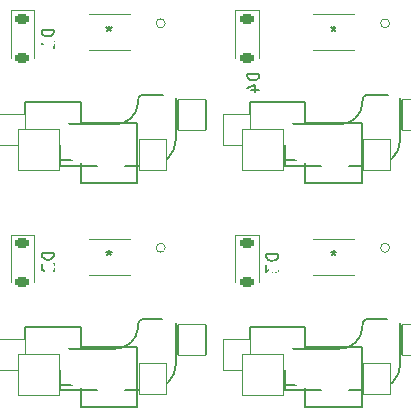
<source format=gbo>
G04 #@! TF.GenerationSoftware,KiCad,Pcbnew,7.0.8*
G04 #@! TF.CreationDate,2023-10-19T20:53:45-07:00*
G04 #@! TF.ProjectId,Seismos_4-Thumb,53656973-6d6f-4735-9f34-2d5468756d62,rev?*
G04 #@! TF.SameCoordinates,Original*
G04 #@! TF.FileFunction,Legend,Bot*
G04 #@! TF.FilePolarity,Positive*
%FSLAX46Y46*%
G04 Gerber Fmt 4.6, Leading zero omitted, Abs format (unit mm)*
G04 Created by KiCad (PCBNEW 7.0.8) date 2023-10-19 20:53:45*
%MOMM*%
%LPD*%
G01*
G04 APERTURE LIST*
G04 Aperture macros list*
%AMRoundRect*
0 Rectangle with rounded corners*
0 $1 Rounding radius*
0 $2 $3 $4 $5 $6 $7 $8 $9 X,Y pos of 4 corners*
0 Add a 4 corners polygon primitive as box body*
4,1,4,$2,$3,$4,$5,$6,$7,$8,$9,$2,$3,0*
0 Add four circle primitives for the rounded corners*
1,1,$1+$1,$2,$3*
1,1,$1+$1,$4,$5*
1,1,$1+$1,$6,$7*
1,1,$1+$1,$8,$9*
0 Add four rect primitives between the rounded corners*
20,1,$1+$1,$2,$3,$4,$5,0*
20,1,$1+$1,$4,$5,$6,$7,0*
20,1,$1+$1,$6,$7,$8,$9,0*
20,1,$1+$1,$8,$9,$2,$3,0*%
G04 Aperture macros list end*
%ADD10C,0.150000*%
%ADD11C,0.120000*%
%ADD12C,3.200000*%
%ADD13C,2.300000*%
%ADD14C,1.000000*%
%ADD15C,3.000000*%
%ADD16C,4.000000*%
%ADD17R,1.750000X0.812800*%
%ADD18RoundRect,0.063500X-1.150000X-1.300000X1.150000X-1.300000X1.150000X1.300000X-1.150000X1.300000X0*%
%ADD19RoundRect,0.063500X-1.750000X-1.750000X1.750000X-1.750000X1.750000X1.750000X-1.750000X1.750000X0*%
%ADD20RoundRect,0.063500X-1.200000X-1.300000X1.200000X-1.300000X1.200000X1.300000X-1.200000X1.300000X0*%
%ADD21RoundRect,0.225000X-0.375000X0.225000X-0.375000X-0.225000X0.375000X-0.225000X0.375000X0.225000X0*%
G04 APERTURE END LIST*
D10*
X46849999Y-54959019D02*
X46849999Y-55197114D01*
X47088094Y-55101876D02*
X46849999Y-55197114D01*
X46849999Y-55197114D02*
X46611904Y-55101876D01*
X46992856Y-55387590D02*
X46849999Y-55197114D01*
X46849999Y-55197114D02*
X46707142Y-55387590D01*
X46849999Y-35959019D02*
X46849999Y-36197114D01*
X47088094Y-36101876D02*
X46849999Y-36197114D01*
X46849999Y-36197114D02*
X46611904Y-36101876D01*
X46992856Y-36387590D02*
X46849999Y-36197114D01*
X46849999Y-36197114D02*
X46707142Y-36387590D01*
X65849999Y-54959019D02*
X65849999Y-55197114D01*
X66088094Y-55101876D02*
X65849999Y-55197114D01*
X65849999Y-55197114D02*
X65611904Y-55101876D01*
X65992856Y-55387590D02*
X65849999Y-55197114D01*
X65849999Y-55197114D02*
X65707142Y-55387590D01*
X65849999Y-35959019D02*
X65849999Y-36197114D01*
X66088094Y-36101876D02*
X65849999Y-36197114D01*
X65849999Y-36197114D02*
X65611904Y-36101876D01*
X65992856Y-36387590D02*
X65849999Y-36197114D01*
X65849999Y-36197114D02*
X65707142Y-36387590D01*
X42154819Y-55181905D02*
X41154819Y-55181905D01*
X41154819Y-55181905D02*
X41154819Y-55420000D01*
X41154819Y-55420000D02*
X41202438Y-55562857D01*
X41202438Y-55562857D02*
X41297676Y-55658095D01*
X41297676Y-55658095D02*
X41392914Y-55705714D01*
X41392914Y-55705714D02*
X41583390Y-55753333D01*
X41583390Y-55753333D02*
X41726247Y-55753333D01*
X41726247Y-55753333D02*
X41916723Y-55705714D01*
X41916723Y-55705714D02*
X42011961Y-55658095D01*
X42011961Y-55658095D02*
X42107200Y-55562857D01*
X42107200Y-55562857D02*
X42154819Y-55420000D01*
X42154819Y-55420000D02*
X42154819Y-55181905D01*
X41250057Y-56134286D02*
X41202438Y-56181905D01*
X41202438Y-56181905D02*
X41154819Y-56277143D01*
X41154819Y-56277143D02*
X41154819Y-56515238D01*
X41154819Y-56515238D02*
X41202438Y-56610476D01*
X41202438Y-56610476D02*
X41250057Y-56658095D01*
X41250057Y-56658095D02*
X41345295Y-56705714D01*
X41345295Y-56705714D02*
X41440533Y-56705714D01*
X41440533Y-56705714D02*
X41583390Y-56658095D01*
X41583390Y-56658095D02*
X42154819Y-56086667D01*
X42154819Y-56086667D02*
X42154819Y-56705714D01*
X59554819Y-40011905D02*
X58554819Y-40011905D01*
X58554819Y-40011905D02*
X58554819Y-40250000D01*
X58554819Y-40250000D02*
X58602438Y-40392857D01*
X58602438Y-40392857D02*
X58697676Y-40488095D01*
X58697676Y-40488095D02*
X58792914Y-40535714D01*
X58792914Y-40535714D02*
X58983390Y-40583333D01*
X58983390Y-40583333D02*
X59126247Y-40583333D01*
X59126247Y-40583333D02*
X59316723Y-40535714D01*
X59316723Y-40535714D02*
X59411961Y-40488095D01*
X59411961Y-40488095D02*
X59507200Y-40392857D01*
X59507200Y-40392857D02*
X59554819Y-40250000D01*
X59554819Y-40250000D02*
X59554819Y-40011905D01*
X58888152Y-41440476D02*
X59554819Y-41440476D01*
X58507200Y-41202381D02*
X59221485Y-40964286D01*
X59221485Y-40964286D02*
X59221485Y-41583333D01*
X42144819Y-36281905D02*
X41144819Y-36281905D01*
X41144819Y-36281905D02*
X41144819Y-36520000D01*
X41144819Y-36520000D02*
X41192438Y-36662857D01*
X41192438Y-36662857D02*
X41287676Y-36758095D01*
X41287676Y-36758095D02*
X41382914Y-36805714D01*
X41382914Y-36805714D02*
X41573390Y-36853333D01*
X41573390Y-36853333D02*
X41716247Y-36853333D01*
X41716247Y-36853333D02*
X41906723Y-36805714D01*
X41906723Y-36805714D02*
X42001961Y-36758095D01*
X42001961Y-36758095D02*
X42097200Y-36662857D01*
X42097200Y-36662857D02*
X42144819Y-36520000D01*
X42144819Y-36520000D02*
X42144819Y-36281905D01*
X42144819Y-37805714D02*
X42144819Y-37234286D01*
X42144819Y-37520000D02*
X41144819Y-37520000D01*
X41144819Y-37520000D02*
X41287676Y-37424762D01*
X41287676Y-37424762D02*
X41382914Y-37329524D01*
X41382914Y-37329524D02*
X41430533Y-37234286D01*
X61154819Y-55281905D02*
X60154819Y-55281905D01*
X60154819Y-55281905D02*
X60154819Y-55520000D01*
X60154819Y-55520000D02*
X60202438Y-55662857D01*
X60202438Y-55662857D02*
X60297676Y-55758095D01*
X60297676Y-55758095D02*
X60392914Y-55805714D01*
X60392914Y-55805714D02*
X60583390Y-55853333D01*
X60583390Y-55853333D02*
X60726247Y-55853333D01*
X60726247Y-55853333D02*
X60916723Y-55805714D01*
X60916723Y-55805714D02*
X61011961Y-55758095D01*
X61011961Y-55758095D02*
X61107200Y-55662857D01*
X61107200Y-55662857D02*
X61154819Y-55520000D01*
X61154819Y-55520000D02*
X61154819Y-55281905D01*
X60154819Y-56186667D02*
X60154819Y-56805714D01*
X60154819Y-56805714D02*
X60535771Y-56472381D01*
X60535771Y-56472381D02*
X60535771Y-56615238D01*
X60535771Y-56615238D02*
X60583390Y-56710476D01*
X60583390Y-56710476D02*
X60631009Y-56758095D01*
X60631009Y-56758095D02*
X60726247Y-56805714D01*
X60726247Y-56805714D02*
X60964342Y-56805714D01*
X60964342Y-56805714D02*
X61059580Y-56758095D01*
X61059580Y-56758095D02*
X61107200Y-56710476D01*
X61107200Y-56710476D02*
X61154819Y-56615238D01*
X61154819Y-56615238D02*
X61154819Y-56329524D01*
X61154819Y-56329524D02*
X61107200Y-56234286D01*
X61107200Y-56234286D02*
X61059580Y-56186667D01*
X39750000Y-61450000D02*
X39750000Y-66350000D01*
X39750000Y-66350000D02*
X44460000Y-66350000D01*
X42700000Y-66800000D02*
X42700000Y-63850000D01*
X43300000Y-63300000D02*
X47300000Y-63300000D01*
X44460000Y-61450000D02*
X39750000Y-61450000D01*
X44460000Y-63175000D02*
X44460000Y-61450000D01*
X44460000Y-66350000D02*
X44460000Y-68250000D01*
X44460000Y-68250000D02*
X49250000Y-68250000D01*
D11*
X45122800Y-57028200D02*
X48577200Y-57028200D01*
X48577200Y-53980200D02*
X45122800Y-53980200D01*
D10*
X49250000Y-63175000D02*
X44460000Y-63175000D01*
X49250000Y-68250000D02*
X49250000Y-63175000D01*
X49300000Y-61500000D02*
X49300000Y-61350000D01*
X49650000Y-60800000D02*
X52500000Y-60800000D01*
X50300000Y-66800000D02*
X42700000Y-66800000D01*
X52500000Y-60800000D02*
X52500000Y-64600000D01*
X43300000Y-63300000D02*
G75*
G03*
X42700000Y-63850000I-25000J-575000D01*
G01*
X47300000Y-63299999D02*
G75*
G03*
X49299998Y-61499999I99998J1900000D01*
G01*
X49650000Y-60800000D02*
G75*
G03*
X49300000Y-61350000I100000J-450000D01*
G01*
X50300000Y-66800000D02*
G75*
G03*
X52500000Y-64600000I0J2200000D01*
G01*
D11*
X51593200Y-54754900D02*
G75*
G03*
X51593200Y-54754900I-381000J0D01*
G01*
D10*
X39750000Y-42450000D02*
X39750000Y-47350000D01*
X39750000Y-47350000D02*
X44460000Y-47350000D01*
X42700000Y-47800000D02*
X42700000Y-44850000D01*
X43300000Y-44300000D02*
X47300000Y-44300000D01*
X44460000Y-42450000D02*
X39750000Y-42450000D01*
X44460000Y-44175000D02*
X44460000Y-42450000D01*
X44460000Y-47350000D02*
X44460000Y-49250000D01*
X44460000Y-49250000D02*
X49250000Y-49250000D01*
D11*
X45122800Y-38028200D02*
X48577200Y-38028200D01*
X48577200Y-34980200D02*
X45122800Y-34980200D01*
D10*
X49250000Y-44175000D02*
X44460000Y-44175000D01*
X49250000Y-49250000D02*
X49250000Y-44175000D01*
X49300000Y-42500000D02*
X49300000Y-42350000D01*
X49650000Y-41800000D02*
X52500000Y-41800000D01*
X50300000Y-47800000D02*
X42700000Y-47800000D01*
X52500000Y-41800000D02*
X52500000Y-45600000D01*
X43300000Y-44300000D02*
G75*
G03*
X42700000Y-44850000I-25000J-575000D01*
G01*
X47300000Y-44299999D02*
G75*
G03*
X49299998Y-42499999I99998J1900000D01*
G01*
X49650000Y-41800000D02*
G75*
G03*
X49300000Y-42350000I100000J-450000D01*
G01*
X50300000Y-47800000D02*
G75*
G03*
X52500000Y-45600000I0J2200000D01*
G01*
D11*
X51593200Y-35754900D02*
G75*
G03*
X51593200Y-35754900I-381000J0D01*
G01*
D10*
X58750000Y-61450000D02*
X58750000Y-66350000D01*
X58750000Y-66350000D02*
X63460000Y-66350000D01*
X61700000Y-66800000D02*
X61700000Y-63850000D01*
X62300000Y-63300000D02*
X66300000Y-63300000D01*
X63460000Y-61450000D02*
X58750000Y-61450000D01*
X63460000Y-63175000D02*
X63460000Y-61450000D01*
X63460000Y-66350000D02*
X63460000Y-68250000D01*
X63460000Y-68250000D02*
X68250000Y-68250000D01*
D11*
X64122800Y-57028200D02*
X67577200Y-57028200D01*
X67577200Y-53980200D02*
X64122800Y-53980200D01*
D10*
X68250000Y-63175000D02*
X63460000Y-63175000D01*
X68250000Y-68250000D02*
X68250000Y-63175000D01*
X68300000Y-61500000D02*
X68300000Y-61350000D01*
X68650000Y-60800000D02*
X71500000Y-60800000D01*
X69300000Y-66800000D02*
X61700000Y-66800000D01*
X71500000Y-60800000D02*
X71500000Y-64600000D01*
X62300000Y-63300000D02*
G75*
G03*
X61700000Y-63850000I-25000J-575000D01*
G01*
X66300000Y-63299999D02*
G75*
G03*
X68299998Y-61499999I99998J1900000D01*
G01*
X68650000Y-60800000D02*
G75*
G03*
X68300000Y-61350000I100000J-450000D01*
G01*
X69300000Y-66800000D02*
G75*
G03*
X71500000Y-64600000I0J2200000D01*
G01*
D11*
X70593200Y-54754900D02*
G75*
G03*
X70593200Y-54754900I-381000J0D01*
G01*
D10*
X58750000Y-42450000D02*
X58750000Y-47350000D01*
X58750000Y-47350000D02*
X63460000Y-47350000D01*
X61700000Y-47800000D02*
X61700000Y-44850000D01*
X62300000Y-44300000D02*
X66300000Y-44300000D01*
X63460000Y-42450000D02*
X58750000Y-42450000D01*
X63460000Y-44175000D02*
X63460000Y-42450000D01*
X63460000Y-47350000D02*
X63460000Y-49250000D01*
X63460000Y-49250000D02*
X68250000Y-49250000D01*
D11*
X64122800Y-38028200D02*
X67577200Y-38028200D01*
X67577200Y-34980200D02*
X64122800Y-34980200D01*
D10*
X68250000Y-44175000D02*
X63460000Y-44175000D01*
X68250000Y-49250000D02*
X68250000Y-44175000D01*
X68300000Y-42500000D02*
X68300000Y-42350000D01*
X68650000Y-41800000D02*
X71500000Y-41800000D01*
X69300000Y-47800000D02*
X61700000Y-47800000D01*
X71500000Y-41800000D02*
X71500000Y-45600000D01*
X62300000Y-44300000D02*
G75*
G03*
X61700000Y-44850000I-25000J-575000D01*
G01*
X66300000Y-44299999D02*
G75*
G03*
X68299998Y-42499999I99998J1900000D01*
G01*
X68650000Y-41800000D02*
G75*
G03*
X68300000Y-42350000I100000J-450000D01*
G01*
X69300000Y-47800000D02*
G75*
G03*
X71500000Y-45600000I0J2200000D01*
G01*
D11*
X70593200Y-35754900D02*
G75*
G03*
X70593200Y-35754900I-381000J0D01*
G01*
X40500000Y-53640000D02*
X40500000Y-57650000D01*
X38500000Y-53640000D02*
X40500000Y-53640000D01*
X38500000Y-53640000D02*
X38500000Y-57650000D01*
X59500000Y-34640000D02*
X59500000Y-38650000D01*
X57500000Y-34640000D02*
X59500000Y-34640000D01*
X57500000Y-34640000D02*
X57500000Y-38650000D01*
X40500000Y-34640000D02*
X40500000Y-38650000D01*
X38500000Y-34640000D02*
X40500000Y-34640000D01*
X38500000Y-34640000D02*
X38500000Y-38650000D01*
X59500000Y-53640000D02*
X59500000Y-57650000D01*
X57500000Y-53640000D02*
X59500000Y-53640000D01*
X57500000Y-53640000D02*
X57500000Y-57650000D01*
%LPC*%
D12*
X40500000Y-70500000D03*
X72500000Y-70500000D03*
D13*
X41700000Y-60000000D03*
D14*
X41780000Y-56384200D03*
D15*
X42000000Y-63800000D03*
X44460000Y-65080000D03*
D16*
X47000000Y-60000000D03*
D15*
X47000000Y-65900000D03*
X50810000Y-62540000D03*
D14*
X52220000Y-56384200D03*
D13*
X52300000Y-60000000D03*
D17*
X49378000Y-54754900D03*
D18*
X38660000Y-63800000D03*
X50560000Y-65900000D03*
D17*
X44348100Y-54754900D03*
X49378000Y-56253500D03*
X44348100Y-56253500D03*
D19*
X40910000Y-65515000D03*
D20*
X53860000Y-62540000D03*
D13*
X41700000Y-41000000D03*
D14*
X41780000Y-37384200D03*
D15*
X42000000Y-44800000D03*
X44460000Y-46080000D03*
D16*
X47000000Y-41000000D03*
D15*
X47000000Y-46900000D03*
X50810000Y-43540000D03*
D14*
X52220000Y-37384200D03*
D13*
X52300000Y-41000000D03*
D17*
X49378000Y-35754900D03*
D18*
X38660000Y-44800000D03*
X50560000Y-46900000D03*
D17*
X44348100Y-35754900D03*
X49378000Y-37253500D03*
X44348100Y-37253500D03*
D19*
X40910000Y-46515000D03*
D20*
X53860000Y-43540000D03*
D13*
X60700000Y-60000000D03*
D14*
X60780000Y-56384200D03*
D15*
X61000000Y-63800000D03*
X63460000Y-65080000D03*
D16*
X66000000Y-60000000D03*
D15*
X66000000Y-65900000D03*
X69810000Y-62540000D03*
D14*
X71220000Y-56384200D03*
D13*
X71300000Y-60000000D03*
D17*
X68378000Y-54754900D03*
D18*
X57660000Y-63800000D03*
X69560000Y-65900000D03*
D17*
X63348100Y-54754900D03*
X68378000Y-56253500D03*
X63348100Y-56253500D03*
D19*
X59910000Y-65515000D03*
D20*
X72860000Y-62540000D03*
D13*
X60700000Y-41000000D03*
D14*
X60780000Y-37384200D03*
D15*
X61000000Y-44800000D03*
X63460000Y-46080000D03*
D16*
X66000000Y-41000000D03*
D15*
X66000000Y-46900000D03*
X69810000Y-43540000D03*
D14*
X71220000Y-37384200D03*
D13*
X71300000Y-41000000D03*
D17*
X68378000Y-35754900D03*
D18*
X57660000Y-44800000D03*
X69560000Y-46900000D03*
D17*
X63348100Y-35754900D03*
X68378000Y-37253500D03*
X63348100Y-37253500D03*
D19*
X59910000Y-46515000D03*
D20*
X72860000Y-43540000D03*
D21*
X39500000Y-54350000D03*
X39500000Y-57650000D03*
X58500000Y-35350000D03*
X58500000Y-38650000D03*
X39500000Y-35350000D03*
X39500000Y-38650000D03*
X58500000Y-54350000D03*
X58500000Y-57650000D03*
%LPD*%
M02*

</source>
